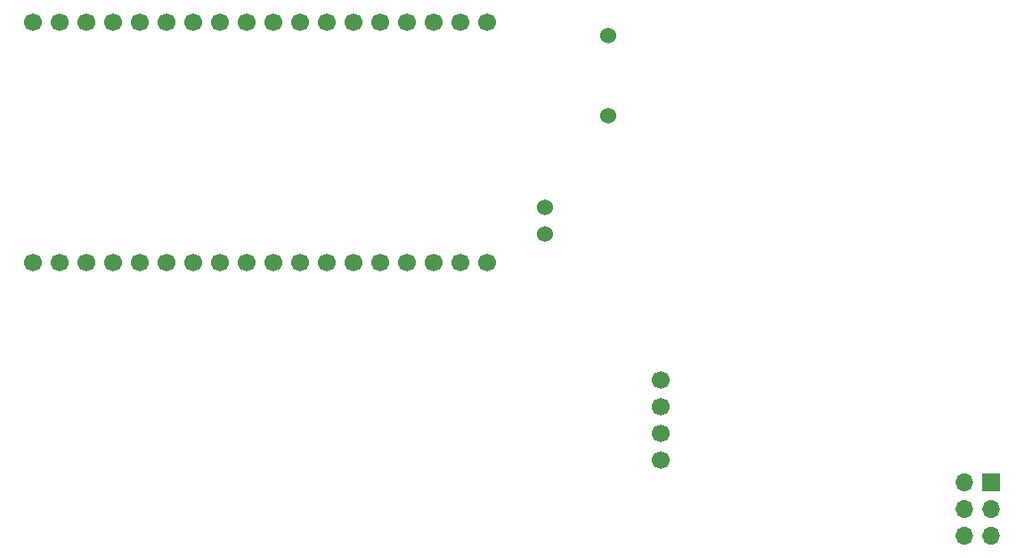
<source format=gbr>
%TF.GenerationSoftware,KiCad,Pcbnew,9.0.0*%
%TF.CreationDate,2025-03-31T14:21:31-07:00*%
%TF.ProjectId,DC33_Cnet_Badge_Main,44433333-5f43-46e6-9574-5f4261646765,rev?*%
%TF.SameCoordinates,Original*%
%TF.FileFunction,Soldermask,Top*%
%TF.FilePolarity,Negative*%
%FSLAX46Y46*%
G04 Gerber Fmt 4.6, Leading zero omitted, Abs format (unit mm)*
G04 Created by KiCad (PCBNEW 9.0.0) date 2025-03-31 14:21:31*
%MOMM*%
%LPD*%
G01*
G04 APERTURE LIST*
%ADD10C,1.524000*%
%ADD11R,1.700000X1.700000*%
%ADD12O,1.700000X1.700000*%
%ADD13C,1.700000*%
G04 APERTURE END LIST*
D10*
%TO.C,VIBRA1*%
X172500000Y-74230000D03*
X172500000Y-76770000D03*
%TD*%
D11*
%TO.C,J1*%
X214887500Y-100420000D03*
D12*
X212347500Y-100420000D03*
X214887500Y-102960000D03*
X212347500Y-102960000D03*
X214887500Y-105500000D03*
X212347500Y-105500000D03*
%TD*%
D10*
%TO.C,BUZZ1*%
X178500000Y-57880000D03*
X178500000Y-65500000D03*
%TD*%
D13*
%TO.C,U1*%
X123860000Y-79500000D03*
X126400000Y-79500000D03*
X128940000Y-79500000D03*
X131480000Y-79500000D03*
X134020000Y-79500000D03*
X136560000Y-79500000D03*
X139100000Y-79500000D03*
X141640000Y-79500000D03*
X144180000Y-79500000D03*
X146720000Y-79500000D03*
X149260000Y-79500000D03*
X151800000Y-79500000D03*
X154340000Y-79500000D03*
X156880000Y-79500000D03*
X159420000Y-79500000D03*
X161960000Y-79500000D03*
X164500000Y-79500000D03*
X167040000Y-79500000D03*
X167040000Y-56640000D03*
X164500000Y-56640000D03*
X161960000Y-56640000D03*
X159420000Y-56640000D03*
X156880000Y-56640000D03*
X154340000Y-56640000D03*
X151800000Y-56640000D03*
X149260000Y-56640000D03*
X146720000Y-56640000D03*
X144180000Y-56640000D03*
X141640000Y-56640000D03*
X139100000Y-56640000D03*
X136560000Y-56640000D03*
X134020000Y-56640000D03*
X131480000Y-56640000D03*
X128940000Y-56640000D03*
X126400000Y-56640000D03*
X123860000Y-56640000D03*
%TD*%
%TO.C,GPS1*%
X183510000Y-90690000D03*
X183510000Y-93230000D03*
X183510000Y-95770000D03*
X183510000Y-98310000D03*
%TD*%
M02*

</source>
